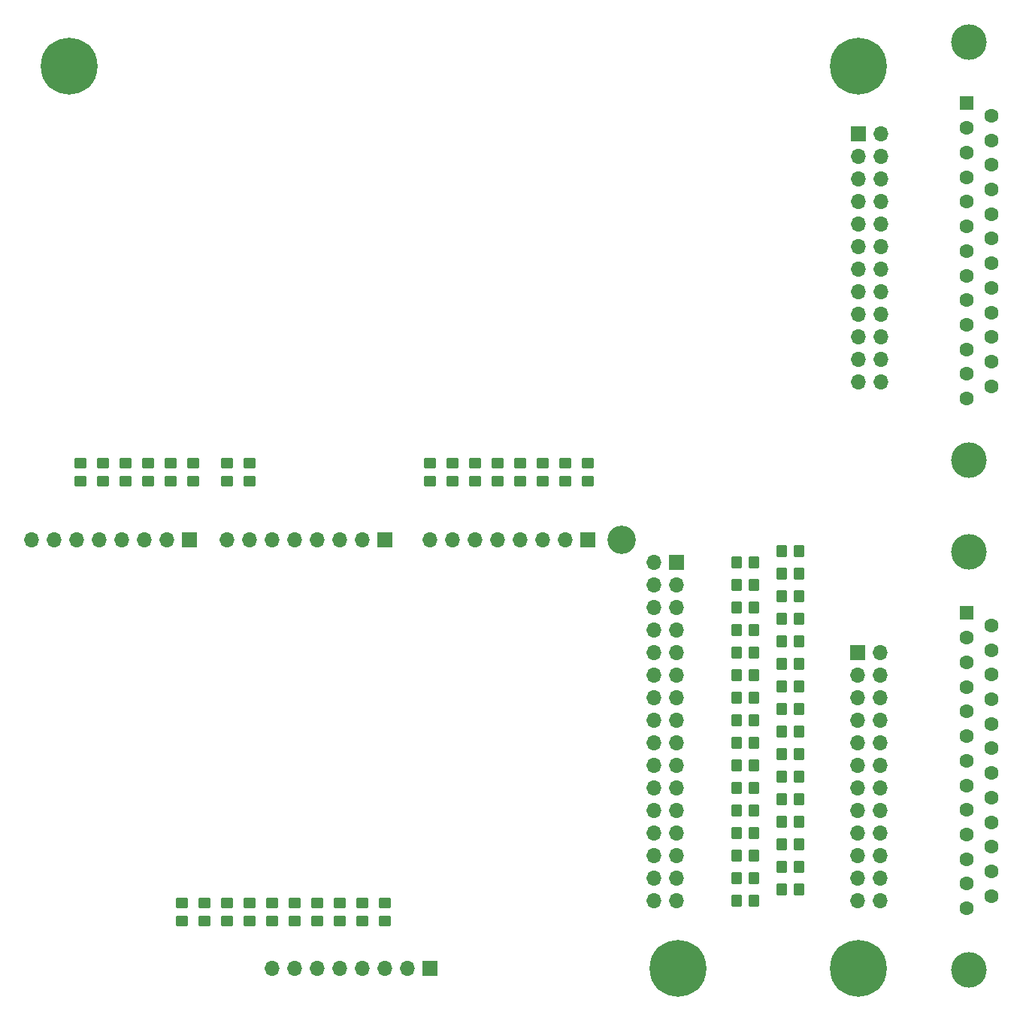
<source format=gbr>
%TF.GenerationSoftware,KiCad,Pcbnew,(6.0.5-0)*%
%TF.CreationDate,2022-11-03T10:05:23-06:00*%
%TF.ProjectId,mega_led_mapper_shield,6d656761-5f6c-4656-945f-6d6170706572,rev?*%
%TF.SameCoordinates,Original*%
%TF.FileFunction,Soldermask,Top*%
%TF.FilePolarity,Negative*%
%FSLAX46Y46*%
G04 Gerber Fmt 4.6, Leading zero omitted, Abs format (unit mm)*
G04 Created by KiCad (PCBNEW (6.0.5-0)) date 2022-11-03 10:05:23*
%MOMM*%
%LPD*%
G01*
G04 APERTURE LIST*
G04 Aperture macros list*
%AMRoundRect*
0 Rectangle with rounded corners*
0 $1 Rounding radius*
0 $2 $3 $4 $5 $6 $7 $8 $9 X,Y pos of 4 corners*
0 Add a 4 corners polygon primitive as box body*
4,1,4,$2,$3,$4,$5,$6,$7,$8,$9,$2,$3,0*
0 Add four circle primitives for the rounded corners*
1,1,$1+$1,$2,$3*
1,1,$1+$1,$4,$5*
1,1,$1+$1,$6,$7*
1,1,$1+$1,$8,$9*
0 Add four rect primitives between the rounded corners*
20,1,$1+$1,$2,$3,$4,$5,0*
20,1,$1+$1,$4,$5,$6,$7,0*
20,1,$1+$1,$6,$7,$8,$9,0*
20,1,$1+$1,$8,$9,$2,$3,0*%
G04 Aperture macros list end*
%ADD10RoundRect,0.250000X-0.350000X-0.450000X0.350000X-0.450000X0.350000X0.450000X-0.350000X0.450000X0*%
%ADD11C,6.400000*%
%ADD12C,3.600000*%
%ADD13C,3.200000*%
%ADD14RoundRect,0.250000X0.450000X-0.350000X0.450000X0.350000X-0.450000X0.350000X-0.450000X-0.350000X0*%
%ADD15R,1.700000X1.700000*%
%ADD16O,1.700000X1.700000*%
%ADD17C,4.000000*%
%ADD18R,1.600000X1.600000*%
%ADD19C,1.600000*%
G04 APERTURE END LIST*
D10*
%TO.C,R47*%
X77740000Y-29210000D03*
X79740000Y-29210000D03*
%TD*%
D11*
%TO.C,REF\u002A\u002A*%
X86360000Y-38100000D03*
D12*
X86360000Y-38100000D03*
%TD*%
D11*
%TO.C,REF\u002A\u002A*%
X86360000Y63500000D03*
D12*
X86360000Y63500000D03*
%TD*%
D11*
%TO.C,REF\u002A\u002A*%
X-2540000Y63500000D03*
D12*
X-2540000Y63500000D03*
%TD*%
D13*
%TO.C,REF\u002A\u002A*%
X59690000Y10160000D03*
%TD*%
D11*
%TO.C,REF\u002A\u002A*%
X66040000Y-38100000D03*
D12*
X66040000Y-38100000D03*
%TD*%
D10*
%TO.C,R24*%
X72660000Y0D03*
X74660000Y0D03*
%TD*%
D14*
%TO.C,R58*%
X33020000Y-32750000D03*
X33020000Y-30750000D03*
%TD*%
D10*
%TO.C,R36*%
X72660000Y-15240000D03*
X74660000Y-15240000D03*
%TD*%
%TO.C,R28*%
X72660000Y-5080000D03*
X74660000Y-5080000D03*
%TD*%
%TO.C,R43*%
X77740000Y-24130000D03*
X79740000Y-24130000D03*
%TD*%
%TO.C,R20*%
X72660000Y5080000D03*
X74660000Y5080000D03*
%TD*%
D14*
%TO.C,R54*%
X27940000Y-32750000D03*
X27940000Y-30750000D03*
%TD*%
D15*
%TO.C,J4*%
X55880000Y10160000D03*
D16*
X53340000Y10160000D03*
X50800000Y10160000D03*
X48260000Y10160000D03*
X45720000Y10160000D03*
X43180000Y10160000D03*
X40640000Y10160000D03*
X38100000Y10160000D03*
%TD*%
D10*
%TO.C,R48*%
X72660000Y-30480000D03*
X74660000Y-30480000D03*
%TD*%
%TO.C,R22*%
X72660000Y2540000D03*
X74660000Y2540000D03*
%TD*%
D15*
%TO.C,J5*%
X65938400Y7594600D03*
D16*
X63398400Y7594600D03*
X65938400Y5054600D03*
X63398400Y5054600D03*
X65938400Y2514600D03*
X63398400Y2514600D03*
X65938400Y-25400D03*
X63398400Y-25400D03*
X65938400Y-2565400D03*
X63398400Y-2565400D03*
X65938400Y-5105400D03*
X63398400Y-5105400D03*
X65938400Y-7645400D03*
X63398400Y-7645400D03*
X65938400Y-10185400D03*
X63398400Y-10185400D03*
X65938400Y-12725400D03*
X63398400Y-12725400D03*
X65938400Y-15265400D03*
X63398400Y-15265400D03*
X65938400Y-17805400D03*
X63398400Y-17805400D03*
X65938400Y-20345400D03*
X63398400Y-20345400D03*
X65938400Y-22885400D03*
X63398400Y-22885400D03*
X65938400Y-25425400D03*
X63398400Y-25425400D03*
X65938400Y-27965400D03*
X63398400Y-27965400D03*
X65938400Y-30505400D03*
X63398400Y-30505400D03*
%TD*%
D10*
%TO.C,R17*%
X77740000Y8890000D03*
X79740000Y8890000D03*
%TD*%
%TO.C,R39*%
X77740000Y-19050000D03*
X79740000Y-19050000D03*
%TD*%
D14*
%TO.C,R2*%
X6350000Y16780000D03*
X6350000Y18780000D03*
%TD*%
%TO.C,R6*%
X3810000Y16780000D03*
X3810000Y18780000D03*
%TD*%
D10*
%TO.C,R31*%
X77740000Y-8890000D03*
X79740000Y-8890000D03*
%TD*%
D14*
%TO.C,R5*%
X17780000Y16780000D03*
X17780000Y18780000D03*
%TD*%
D10*
%TO.C,R21*%
X77740000Y3810000D03*
X79740000Y3810000D03*
%TD*%
D14*
%TO.C,R4*%
X-1270000Y16780000D03*
X-1270000Y18780000D03*
%TD*%
D10*
%TO.C,R25*%
X77740000Y-1270000D03*
X79740000Y-1270000D03*
%TD*%
D14*
%TO.C,R57*%
X10160000Y-32750000D03*
X10160000Y-30750000D03*
%TD*%
D15*
%TO.C,J9*%
X33020000Y10160000D03*
D16*
X30480000Y10160000D03*
X27940000Y10160000D03*
X25400000Y10160000D03*
X22860000Y10160000D03*
X20320000Y10160000D03*
X17780000Y10160000D03*
X15240000Y10160000D03*
%TD*%
D14*
%TO.C,R1*%
X1270000Y16780000D03*
X1270000Y18780000D03*
%TD*%
D15*
%TO.C,J3*%
X11084800Y10160000D03*
D16*
X8544800Y10160000D03*
X6004800Y10160000D03*
X3464800Y10160000D03*
X924800Y10160000D03*
X-1615200Y10160000D03*
X-4155200Y10160000D03*
X-6695200Y10160000D03*
%TD*%
D14*
%TO.C,R7*%
X8890000Y16780000D03*
X8890000Y18780000D03*
%TD*%
D10*
%TO.C,R27*%
X77740000Y-3810000D03*
X79740000Y-3810000D03*
%TD*%
D15*
%TO.C,J2*%
X86360000Y55880000D03*
D16*
X88900000Y55880000D03*
X86360000Y53340000D03*
X88900000Y53340000D03*
X86360000Y50800000D03*
X88900000Y50800000D03*
X86360000Y48260000D03*
X88900000Y48260000D03*
X86360000Y45720000D03*
X88900000Y45720000D03*
X86360000Y43180000D03*
X88900000Y43180000D03*
X86360000Y40640000D03*
X88900000Y40640000D03*
X86360000Y38100000D03*
X88900000Y38100000D03*
X86360000Y35560000D03*
X88900000Y35560000D03*
X86360000Y33020000D03*
X88900000Y33020000D03*
X86360000Y30480000D03*
X88900000Y30480000D03*
X86360000Y27940000D03*
X88900000Y27940000D03*
%TD*%
D10*
%TO.C,R18*%
X72660000Y7620000D03*
X74660000Y7620000D03*
%TD*%
D14*
%TO.C,R51*%
X17780000Y-32750000D03*
X17780000Y-30750000D03*
%TD*%
D10*
%TO.C,R44*%
X72660000Y-25400000D03*
X74660000Y-25400000D03*
%TD*%
%TO.C,R35*%
X77740000Y-13970000D03*
X79740000Y-13970000D03*
%TD*%
%TO.C,R34*%
X72660000Y-12700000D03*
X74660000Y-12700000D03*
%TD*%
D14*
%TO.C,R8*%
X15240000Y16780000D03*
X15240000Y18780000D03*
%TD*%
%TO.C,R11*%
X48260000Y16780000D03*
X48260000Y18780000D03*
%TD*%
%TO.C,R16*%
X55880000Y16780000D03*
X55880000Y18780000D03*
%TD*%
D10*
%TO.C,R45*%
X79740000Y-26670000D03*
X77740000Y-26670000D03*
%TD*%
%TO.C,R23*%
X77740000Y1270000D03*
X79740000Y1270000D03*
%TD*%
D15*
%TO.C,J8*%
X38100000Y-38100000D03*
D16*
X35560000Y-38100000D03*
X33020000Y-38100000D03*
X30480000Y-38100000D03*
X27940000Y-38100000D03*
X25400000Y-38100000D03*
X22860000Y-38100000D03*
X20320000Y-38100000D03*
%TD*%
D17*
%TO.C,J7*%
X98859669Y8823000D03*
X98859669Y-38277000D03*
D18*
X98559669Y1893000D03*
D19*
X98559669Y-877000D03*
X98559669Y-3647000D03*
X98559669Y-6417000D03*
X98559669Y-9187000D03*
X98559669Y-11957000D03*
X98559669Y-14727000D03*
X98559669Y-17497000D03*
X98559669Y-20267000D03*
X98559669Y-23037000D03*
X98559669Y-25807000D03*
X98559669Y-28577000D03*
X98559669Y-31347000D03*
X101399669Y508000D03*
X101399669Y-2262000D03*
X101399669Y-5032000D03*
X101399669Y-7802000D03*
X101399669Y-10572000D03*
X101399669Y-13342000D03*
X101399669Y-16112000D03*
X101399669Y-18882000D03*
X101399669Y-21652000D03*
X101399669Y-24422000D03*
X101399669Y-27192000D03*
X101399669Y-29962000D03*
%TD*%
D10*
%TO.C,R40*%
X72660000Y-20320000D03*
X74660000Y-20320000D03*
%TD*%
D14*
%TO.C,R10*%
X43180000Y16780000D03*
X43180000Y18780000D03*
%TD*%
D10*
%TO.C,R46*%
X72660000Y-27940000D03*
X74660000Y-27940000D03*
%TD*%
%TO.C,R41*%
X77740000Y-21590000D03*
X79740000Y-21590000D03*
%TD*%
D14*
%TO.C,R52*%
X25400000Y-32750000D03*
X25400000Y-30750000D03*
%TD*%
D10*
%TO.C,R42*%
X72660000Y-22860000D03*
X74660000Y-22860000D03*
%TD*%
D14*
%TO.C,R50*%
X22860000Y-32750000D03*
X22860000Y-30750000D03*
%TD*%
D10*
%TO.C,R26*%
X72660000Y-2540000D03*
X74660000Y-2540000D03*
%TD*%
D14*
%TO.C,R49*%
X20320000Y-32750000D03*
X20320000Y-30750000D03*
%TD*%
%TO.C,R56*%
X30480000Y-32750000D03*
X30480000Y-30750000D03*
%TD*%
%TO.C,R9*%
X38100000Y16780000D03*
X38100000Y18780000D03*
%TD*%
%TO.C,R15*%
X50800000Y16780000D03*
X50800000Y18780000D03*
%TD*%
D10*
%TO.C,R30*%
X72660000Y-7620000D03*
X74660000Y-7620000D03*
%TD*%
D14*
%TO.C,R12*%
X53340000Y16780000D03*
X53340000Y18780000D03*
%TD*%
D10*
%TO.C,R33*%
X77740000Y-11430000D03*
X79740000Y-11430000D03*
%TD*%
%TO.C,R32*%
X72660000Y-10160000D03*
X74660000Y-10160000D03*
%TD*%
%TO.C,R19*%
X77740000Y6350000D03*
X79740000Y6350000D03*
%TD*%
D14*
%TO.C,R14*%
X45720000Y16780000D03*
X45720000Y18780000D03*
%TD*%
%TO.C,R13*%
X40640000Y16780000D03*
X40640000Y18780000D03*
%TD*%
D10*
%TO.C,R37*%
X77740000Y-16510000D03*
X79740000Y-16510000D03*
%TD*%
D14*
%TO.C,R55*%
X12700000Y-32750000D03*
X12700000Y-30750000D03*
%TD*%
%TO.C,R53*%
X15240000Y-32750000D03*
X15240000Y-30750000D03*
%TD*%
D10*
%TO.C,R38*%
X72660000Y-17780000D03*
X74660000Y-17780000D03*
%TD*%
D14*
%TO.C,R3*%
X11430000Y16780000D03*
X11430000Y18780000D03*
%TD*%
D10*
%TO.C,R29*%
X77740000Y-6350000D03*
X79740000Y-6350000D03*
%TD*%
D17*
%TO.C,J1*%
X98859669Y66227000D03*
X98859669Y19127000D03*
D18*
X98559669Y59297000D03*
D19*
X98559669Y56527000D03*
X98559669Y53757000D03*
X98559669Y50987000D03*
X98559669Y48217000D03*
X98559669Y45447000D03*
X98559669Y42677000D03*
X98559669Y39907000D03*
X98559669Y37137000D03*
X98559669Y34367000D03*
X98559669Y31597000D03*
X98559669Y28827000D03*
X98559669Y26057000D03*
X101399669Y57912000D03*
X101399669Y55142000D03*
X101399669Y52372000D03*
X101399669Y49602000D03*
X101399669Y46832000D03*
X101399669Y44062000D03*
X101399669Y41292000D03*
X101399669Y38522000D03*
X101399669Y35752000D03*
X101399669Y32982000D03*
X101399669Y30212000D03*
X101399669Y27442000D03*
%TD*%
D15*
%TO.C,J6*%
X86355000Y-2535000D03*
D16*
X88895000Y-2535000D03*
X86355000Y-5075000D03*
X88895000Y-5075000D03*
X86355000Y-7615000D03*
X88895000Y-7615000D03*
X86355000Y-10155000D03*
X88895000Y-10155000D03*
X86355000Y-12695000D03*
X88895000Y-12695000D03*
X86355000Y-15235000D03*
X88895000Y-15235000D03*
X86355000Y-17775000D03*
X88895000Y-17775000D03*
X86355000Y-20315000D03*
X88895000Y-20315000D03*
X86355000Y-22855000D03*
X88895000Y-22855000D03*
X86355000Y-25395000D03*
X88895000Y-25395000D03*
X86355000Y-27935000D03*
X88895000Y-27935000D03*
X86355000Y-30475000D03*
X88895000Y-30475000D03*
%TD*%
M02*

</source>
